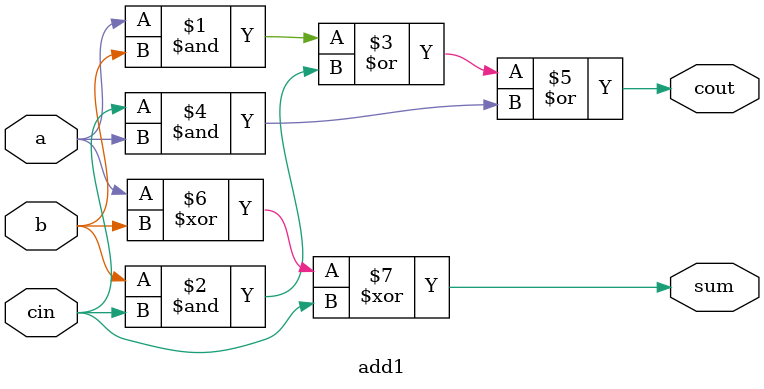
<source format=v>
module top_module (
    input [31:0] a,
    input [31:0] b,
    output [31:0] sum
);//
    reg [15:0] a1,a2,b1,b2,o1,o2;
    wire c1,c2;
    assign {a1,a2,b1,b2} = {a,b};
    add16 inst1(a2,b2,0,o1,c1);
    add16 inst2(a1,b1,c1,o2,c2);
    assign sum = {o2,o1};
endmodule

module add1 ( input a, input b, input cin,   output sum, output cout );

// Full adder module here
    assign {sum , cout} = {a^b^cin , (a&b) | (b&cin) | (cin & a)};
    
endmodule

</source>
